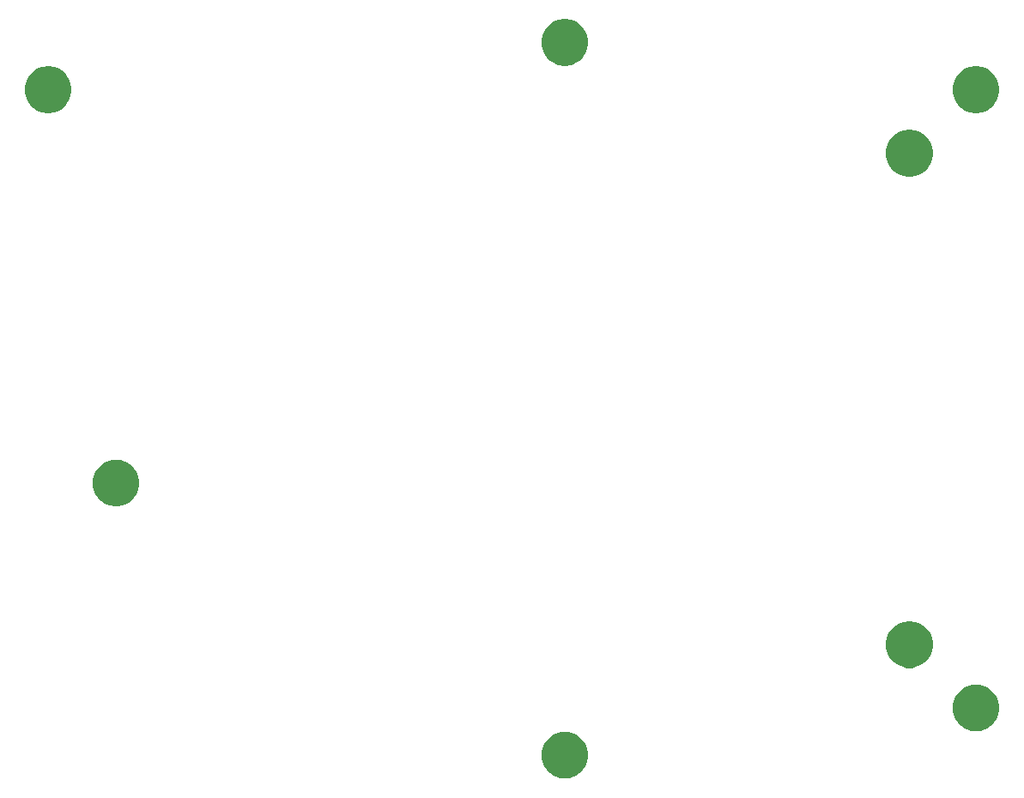
<source format=gbr>
G04 #@! TF.GenerationSoftware,KiCad,Pcbnew,(5.1.2)-2*
G04 #@! TF.CreationDate,2021-09-09T10:29:02-03:00*
G04 #@! TF.ProjectId,MAG_Plus,4d41475f-506c-4757-932e-6b696361645f,rev?*
G04 #@! TF.SameCoordinates,Original*
G04 #@! TF.FileFunction,Soldermask,Bot*
G04 #@! TF.FilePolarity,Negative*
%FSLAX46Y46*%
G04 Gerber Fmt 4.6, Leading zero omitted, Abs format (unit mm)*
G04 Created by KiCad (PCBNEW (5.1.2)-2) date 2021-09-09 10:29:02*
%MOMM*%
%LPD*%
G04 APERTURE LIST*
%ADD10C,0.100000*%
G04 APERTURE END LIST*
D10*
G36*
X513178903Y-110873213D02*
G01*
X513401177Y-110917426D01*
X513819932Y-111090880D01*
X514196802Y-111342696D01*
X514517304Y-111663198D01*
X514769120Y-112040068D01*
X514942574Y-112458823D01*
X515031000Y-112903371D01*
X515031000Y-113356629D01*
X514942574Y-113801177D01*
X514769120Y-114219932D01*
X514517304Y-114596802D01*
X514196802Y-114917304D01*
X513819932Y-115169120D01*
X513401177Y-115342574D01*
X513178903Y-115386787D01*
X512956630Y-115431000D01*
X512503370Y-115431000D01*
X512281097Y-115386787D01*
X512058823Y-115342574D01*
X511640068Y-115169120D01*
X511263198Y-114917304D01*
X510942696Y-114596802D01*
X510690880Y-114219932D01*
X510517426Y-113801177D01*
X510429000Y-113356629D01*
X510429000Y-112903371D01*
X510517426Y-112458823D01*
X510690880Y-112040068D01*
X510942696Y-111663198D01*
X511263198Y-111342696D01*
X511640068Y-111090880D01*
X512058823Y-110917426D01*
X512281097Y-110873213D01*
X512503370Y-110829000D01*
X512956630Y-110829000D01*
X513178903Y-110873213D01*
X513178903Y-110873213D01*
G37*
G36*
X553738903Y-106213213D02*
G01*
X553961177Y-106257426D01*
X554379932Y-106430880D01*
X554756802Y-106682696D01*
X555077304Y-107003198D01*
X555329120Y-107380068D01*
X555502574Y-107798823D01*
X555591000Y-108243371D01*
X555591000Y-108696629D01*
X555502574Y-109141177D01*
X555329120Y-109559932D01*
X555077304Y-109936802D01*
X554756802Y-110257304D01*
X554379932Y-110509120D01*
X553961177Y-110682574D01*
X553738903Y-110726787D01*
X553516630Y-110771000D01*
X553063370Y-110771000D01*
X552841097Y-110726787D01*
X552618823Y-110682574D01*
X552200068Y-110509120D01*
X551823198Y-110257304D01*
X551502696Y-109936802D01*
X551250880Y-109559932D01*
X551077426Y-109141177D01*
X550989000Y-108696629D01*
X550989000Y-108243371D01*
X551077426Y-107798823D01*
X551250880Y-107380068D01*
X551502696Y-107003198D01*
X551823198Y-106682696D01*
X552200068Y-106430880D01*
X552618823Y-106257426D01*
X552841097Y-106213213D01*
X553063370Y-106169000D01*
X553516630Y-106169000D01*
X553738903Y-106213213D01*
X553738903Y-106213213D01*
G37*
G36*
X547188903Y-99973213D02*
G01*
X547411177Y-100017426D01*
X547829932Y-100190880D01*
X548206802Y-100442696D01*
X548527304Y-100763198D01*
X548779120Y-101140068D01*
X548952574Y-101558823D01*
X549041000Y-102003371D01*
X549041000Y-102456629D01*
X548952574Y-102901177D01*
X548779120Y-103319932D01*
X548527304Y-103696802D01*
X548206802Y-104017304D01*
X547829932Y-104269120D01*
X547411177Y-104442574D01*
X547188903Y-104486787D01*
X546966630Y-104531000D01*
X546513370Y-104531000D01*
X546291097Y-104486787D01*
X546068823Y-104442574D01*
X545650068Y-104269120D01*
X545273198Y-104017304D01*
X544952696Y-103696802D01*
X544700880Y-103319932D01*
X544527426Y-102901177D01*
X544439000Y-102456629D01*
X544439000Y-102003371D01*
X544527426Y-101558823D01*
X544700880Y-101140068D01*
X544952696Y-100763198D01*
X545273198Y-100442696D01*
X545650068Y-100190880D01*
X546068823Y-100017426D01*
X546291097Y-99973213D01*
X546513370Y-99929000D01*
X546966630Y-99929000D01*
X547188903Y-99973213D01*
X547188903Y-99973213D01*
G37*
G36*
X468938903Y-84013213D02*
G01*
X469161177Y-84057426D01*
X469579932Y-84230880D01*
X469956802Y-84482696D01*
X470277304Y-84803198D01*
X470529120Y-85180068D01*
X470702574Y-85598823D01*
X470791000Y-86043371D01*
X470791000Y-86496629D01*
X470702574Y-86941177D01*
X470529120Y-87359932D01*
X470277304Y-87736802D01*
X469956802Y-88057304D01*
X469579932Y-88309120D01*
X469161177Y-88482574D01*
X468938903Y-88526787D01*
X468716630Y-88571000D01*
X468263370Y-88571000D01*
X468041097Y-88526787D01*
X467818823Y-88482574D01*
X467400068Y-88309120D01*
X467023198Y-88057304D01*
X466702696Y-87736802D01*
X466450880Y-87359932D01*
X466277426Y-86941177D01*
X466189000Y-86496629D01*
X466189000Y-86043371D01*
X466277426Y-85598823D01*
X466450880Y-85180068D01*
X466702696Y-84803198D01*
X467023198Y-84482696D01*
X467400068Y-84230880D01*
X467818823Y-84057426D01*
X468041097Y-84013213D01*
X468263370Y-83969000D01*
X468716630Y-83969000D01*
X468938903Y-84013213D01*
X468938903Y-84013213D01*
G37*
G36*
X547188903Y-51473213D02*
G01*
X547411177Y-51517426D01*
X547829932Y-51690880D01*
X548206802Y-51942696D01*
X548527304Y-52263198D01*
X548779120Y-52640068D01*
X548952574Y-53058823D01*
X549041000Y-53503371D01*
X549041000Y-53956629D01*
X548952574Y-54401177D01*
X548779120Y-54819932D01*
X548527304Y-55196802D01*
X548206802Y-55517304D01*
X547829932Y-55769120D01*
X547411177Y-55942574D01*
X547188903Y-55986787D01*
X546966630Y-56031000D01*
X546513370Y-56031000D01*
X546291097Y-55986787D01*
X546068823Y-55942574D01*
X545650068Y-55769120D01*
X545273198Y-55517304D01*
X544952696Y-55196802D01*
X544700880Y-54819932D01*
X544527426Y-54401177D01*
X544439000Y-53956629D01*
X544439000Y-53503371D01*
X544527426Y-53058823D01*
X544700880Y-52640068D01*
X544952696Y-52263198D01*
X545273198Y-51942696D01*
X545650068Y-51690880D01*
X546068823Y-51517426D01*
X546291097Y-51473213D01*
X546513370Y-51429000D01*
X546966630Y-51429000D01*
X547188903Y-51473213D01*
X547188903Y-51473213D01*
G37*
G36*
X553738903Y-45213213D02*
G01*
X553961177Y-45257426D01*
X554379932Y-45430880D01*
X554756802Y-45682696D01*
X555077304Y-46003198D01*
X555329120Y-46380068D01*
X555502574Y-46798823D01*
X555591000Y-47243371D01*
X555591000Y-47696629D01*
X555502574Y-48141177D01*
X555329120Y-48559932D01*
X555077304Y-48936802D01*
X554756802Y-49257304D01*
X554379932Y-49509120D01*
X553961177Y-49682574D01*
X553738903Y-49726787D01*
X553516630Y-49771000D01*
X553063370Y-49771000D01*
X552841097Y-49726787D01*
X552618823Y-49682574D01*
X552200068Y-49509120D01*
X551823198Y-49257304D01*
X551502696Y-48936802D01*
X551250880Y-48559932D01*
X551077426Y-48141177D01*
X550989000Y-47696629D01*
X550989000Y-47243371D01*
X551077426Y-46798823D01*
X551250880Y-46380068D01*
X551502696Y-46003198D01*
X551823198Y-45682696D01*
X552200068Y-45430880D01*
X552618823Y-45257426D01*
X552841097Y-45213213D01*
X553063370Y-45169000D01*
X553516630Y-45169000D01*
X553738903Y-45213213D01*
X553738903Y-45213213D01*
G37*
G36*
X462238903Y-45213213D02*
G01*
X462461177Y-45257426D01*
X462879932Y-45430880D01*
X463256802Y-45682696D01*
X463577304Y-46003198D01*
X463829120Y-46380068D01*
X464002574Y-46798823D01*
X464091000Y-47243371D01*
X464091000Y-47696629D01*
X464002574Y-48141177D01*
X463829120Y-48559932D01*
X463577304Y-48936802D01*
X463256802Y-49257304D01*
X462879932Y-49509120D01*
X462461177Y-49682574D01*
X462238903Y-49726787D01*
X462016630Y-49771000D01*
X461563370Y-49771000D01*
X461341097Y-49726787D01*
X461118823Y-49682574D01*
X460700068Y-49509120D01*
X460323198Y-49257304D01*
X460002696Y-48936802D01*
X459750880Y-48559932D01*
X459577426Y-48141177D01*
X459489000Y-47696629D01*
X459489000Y-47243371D01*
X459577426Y-46798823D01*
X459750880Y-46380068D01*
X460002696Y-46003198D01*
X460323198Y-45682696D01*
X460700068Y-45430880D01*
X461118823Y-45257426D01*
X461341097Y-45213213D01*
X461563370Y-45169000D01*
X462016630Y-45169000D01*
X462238903Y-45213213D01*
X462238903Y-45213213D01*
G37*
G36*
X513178903Y-40543213D02*
G01*
X513401177Y-40587426D01*
X513819932Y-40760880D01*
X514196802Y-41012696D01*
X514517304Y-41333198D01*
X514769120Y-41710068D01*
X514942574Y-42128823D01*
X515031000Y-42573371D01*
X515031000Y-43026629D01*
X514942574Y-43471177D01*
X514769120Y-43889932D01*
X514517304Y-44266802D01*
X514196802Y-44587304D01*
X513819932Y-44839120D01*
X513401177Y-45012574D01*
X513178903Y-45056787D01*
X512956630Y-45101000D01*
X512503370Y-45101000D01*
X512281097Y-45056787D01*
X512058823Y-45012574D01*
X511640068Y-44839120D01*
X511263198Y-44587304D01*
X510942696Y-44266802D01*
X510690880Y-43889932D01*
X510517426Y-43471177D01*
X510429000Y-43026629D01*
X510429000Y-42573371D01*
X510517426Y-42128823D01*
X510690880Y-41710068D01*
X510942696Y-41333198D01*
X511263198Y-41012696D01*
X511640068Y-40760880D01*
X512058823Y-40587426D01*
X512281097Y-40543213D01*
X512503370Y-40499000D01*
X512956630Y-40499000D01*
X513178903Y-40543213D01*
X513178903Y-40543213D01*
G37*
M02*

</source>
